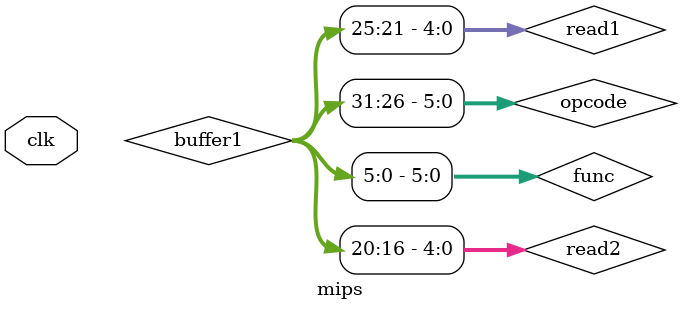
<source format=v>
module mips (
	
	input clk
	
);

wire[31:0]pc_istruc;

pc pcounter
(
	.clk(clk),
	.salida(pc_istruc)
);

wire[31:0]instr_buffer;

instrucmemory instrucmemory1
(
	.direccion(pc_istruc),
	.salida_datos(instr_buffer)
);



wire[31:0]buffer1;

buffer1 bufferA
(
 	.clk(clk),
	//.entr_pc()
	.entrada(instr_buffer),
   .salida(buffer1)
	//.sal_pc()
);

wire[31:26]opcode;
wire[25:21]read1;
wire[20:16]read2;
wire[15:11]rd;
wire[5:0]func;
wire [15:11]_writereg;

assign opcode = buffer1[31:26];
assign read1 = buffer1[25:21];
assign read2 = buffer1[20:16];
assign _writereg = buffer1[15:11];
assign func = buffer1[5:0];

wire buffer2_ban;
wire[31:0]ban_alu;
wire[4:0]ban_buffer;

wire[31:0]data1_beffer2;
wire[31:0]data2_beffer2;


wire [15:11]writereg;
BancoRegistros Br(

	.Regwrite(buffer2_ban),
	.ReadReg1(read1),
	.ReadReg2(read2),
	.WriteReg(writereg),
	.WriteData(ban_alu), 
	
	.ReadData1(data1_beffer2), 
	.ReadData2(data2_beffer2)
);

wire[2:0]AluOP_buffer2;
wire RegWrite_buffer2;

UnidadControl control
(
	.Entrada(opcode),
	.RegDst(RegWrite_buffer2),
	.AluOP(AluOP_buffer2)
);

wire[31:0]Data2;
wire[31:0]Data1;
wire[5:0]data_alucont;

wire[2:0]buffer2_aluco; // ALUOP 



buffer2 bufferb
(
	.clk(clk),

	.AluOP(AluOP_buffer2),

	.data1(data1_beffer2),
	.data2(data2_beffer2),

	.en1(_writereg),
	.en2(func),
	.RegWrite(RegWrite_buffer2),

	.salida_alu(buffer2_aluco),
	.salida_RegWrite(buffer2_ban),

	.data1_salida(Data1),
	.data2_salida(Data2),

	.salida1(writereg),
	.salida2(data_alucont)
);

wire[3:0]coalu_alu;
controlAlu controlalu1
(
	.entrada(data_alucont),
	.Op(buffer2_aluco),
	.salida(coalu_alu)
);

alu alu1
(
	.Data1(Data1),
	.Data2(Data2),
	.selector(coalu_alu),
	.salida(ban_alu)

);
 
endmodule 
</source>
